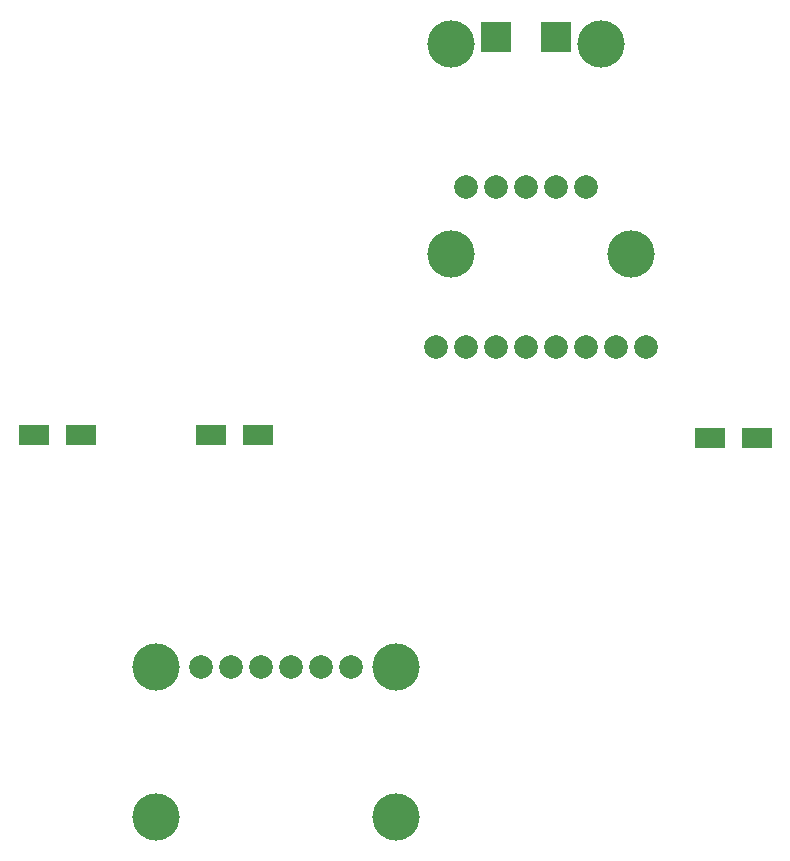
<source format=gbr>
%TF.GenerationSoftware,KiCad,Pcbnew,(5.1.10)-1*%
%TF.CreationDate,2022-06-07T20:21:30-07:00*%
%TF.ProjectId,solar-panel-side-Z,736f6c61-722d-4706-916e-656c2d736964,1.1*%
%TF.SameCoordinates,Original*%
%TF.FileFunction,Paste,Top*%
%TF.FilePolarity,Positive*%
%FSLAX46Y46*%
G04 Gerber Fmt 4.6, Leading zero omitted, Abs format (unit mm)*
G04 Created by KiCad (PCBNEW (5.1.10)-1) date 2022-06-07 20:21:30*
%MOMM*%
%LPD*%
G01*
G04 APERTURE LIST*
%ADD10C,4.000000*%
%ADD11C,2.000000*%
%ADD12R,2.500000X1.700000*%
%ADD13R,2.500000X2.500000*%
G04 APERTURE END LIST*
D10*
%TO.C,U1*%
X128340000Y-105150000D03*
D11*
X137230000Y-105150000D03*
X134690000Y-105150000D03*
X132150000Y-105150000D03*
X144850000Y-105150000D03*
X139770000Y-105150000D03*
X142310000Y-105150000D03*
D10*
X148660000Y-105150000D03*
X128340000Y-117850000D03*
X148660000Y-117850000D03*
%TD*%
D12*
%TO.C,D3*%
X179250000Y-85750000D03*
X175250000Y-85750000D03*
%TD*%
%TO.C,D2*%
X137000000Y-85500000D03*
X133000000Y-85500000D03*
%TD*%
%TO.C,D1*%
X118000000Y-85500000D03*
X122000000Y-85500000D03*
%TD*%
D10*
%TO.C,U3*%
X153380000Y-70190000D03*
X168620000Y-70190000D03*
D11*
X157190000Y-78064000D03*
X159730000Y-78064000D03*
X152110000Y-78064000D03*
X154650000Y-78064000D03*
X169890000Y-78064000D03*
X167350000Y-78064000D03*
X164810000Y-78064000D03*
X162270000Y-78064000D03*
%TD*%
D13*
%TO.C,U2*%
X162190000Y-51800000D03*
X157110000Y-51800000D03*
D10*
X166000000Y-52435000D03*
X153300000Y-52435000D03*
D11*
X154570000Y-64500000D03*
X157110000Y-64500000D03*
X164730000Y-64500000D03*
X162190000Y-64500000D03*
X159650000Y-64500000D03*
%TD*%
M02*

</source>
